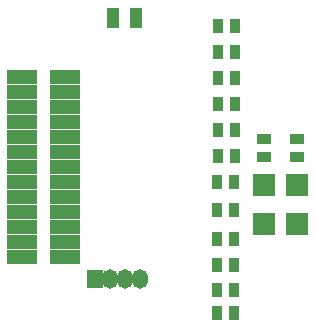
<source format=gbs>
G04 #@! TF.FileFunction,Soldermask,Bot*
%FSLAX46Y46*%
G04 Gerber Fmt 4.6, Leading zero omitted, Abs format (unit mm)*
G04 Created by KiCad (PCBNEW 4.0.6) date 04/13/18 15:28:38*
%MOMM*%
%LPD*%
G01*
G04 APERTURE LIST*
%ADD10C,0.100000*%
%ADD11R,2.500000X1.150000*%
%ADD12R,0.900000X1.300000*%
%ADD13R,1.300000X0.900000*%
%ADD14R,1.900000X1.900000*%
%ADD15R,1.350000X1.650000*%
%ADD16O,1.350000X1.650000*%
%ADD17R,1.100000X1.700000*%
G04 APERTURE END LIST*
D10*
D11*
X168100000Y-124020000D03*
X164500000Y-124020000D03*
X168100000Y-122750000D03*
X164500000Y-122750000D03*
X168100000Y-121480000D03*
X164500000Y-121480000D03*
X168100000Y-120210000D03*
X164500000Y-120210000D03*
X168100000Y-118940000D03*
X164500000Y-118940000D03*
X168100000Y-117670000D03*
X164500000Y-117670000D03*
X168100000Y-116400000D03*
X164500000Y-116400000D03*
X168100000Y-115130000D03*
X164500000Y-115130000D03*
X168100000Y-113860000D03*
X164500000Y-113860000D03*
X168100000Y-112590000D03*
X164500000Y-112590000D03*
X168100000Y-111320000D03*
X164500000Y-111320000D03*
X168100000Y-110050000D03*
X164500000Y-110050000D03*
X168100000Y-108780000D03*
X164500000Y-108780000D03*
D12*
X182450000Y-128800000D03*
X180950000Y-128800000D03*
X182450000Y-126800000D03*
X180950000Y-126800000D03*
X182450000Y-124700000D03*
X180950000Y-124700000D03*
X182450000Y-122500000D03*
X180950000Y-122500000D03*
X182450000Y-120000000D03*
X180950000Y-120000000D03*
X182450000Y-117700000D03*
X180950000Y-117700000D03*
X182550000Y-115500000D03*
X181050000Y-115500000D03*
X182550000Y-113300000D03*
X181050000Y-113300000D03*
X182550000Y-111100000D03*
X181050000Y-111100000D03*
X182550000Y-108900000D03*
X181050000Y-108900000D03*
X182550000Y-106700000D03*
X181050000Y-106700000D03*
X182550000Y-104500000D03*
X181050000Y-104500000D03*
D13*
X187800000Y-114050000D03*
X187800000Y-115550000D03*
X185000000Y-114050000D03*
X185000000Y-115550000D03*
D14*
X187800000Y-121250000D03*
X187800000Y-117950000D03*
X185000000Y-121250000D03*
X185000000Y-117950000D03*
D15*
X170675000Y-125900000D03*
D16*
X171925000Y-125900000D03*
X173175000Y-125900000D03*
X174425000Y-125900000D03*
D17*
X172200000Y-103750000D03*
X174100000Y-103750000D03*
M02*

</source>
